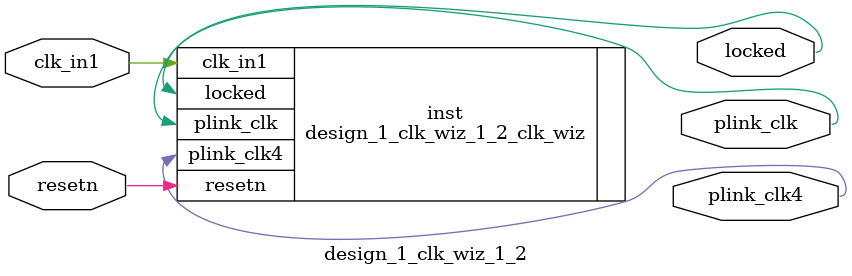
<source format=v>


`timescale 1ps/1ps

(* CORE_GENERATION_INFO = "design_1_clk_wiz_1_2,clk_wiz_v6_0_4_0_0,{component_name=design_1_clk_wiz_1_2,use_phase_alignment=true,use_min_o_jitter=false,use_max_i_jitter=false,use_dyn_phase_shift=false,use_inclk_switchover=false,use_dyn_reconfig=false,enable_axi=0,feedback_source=FDBK_AUTO,PRIMITIVE=MMCM,num_out_clk=2,clkin1_period=20.000,clkin2_period=10.0,use_power_down=false,use_reset=true,use_locked=true,use_inclk_stopped=false,feedback_type=SINGLE,CLOCK_MGR_TYPE=NA,manual_override=false}" *)

module design_1_clk_wiz_1_2 
 (
  // Clock out ports
  output        plink_clk,
  output        plink_clk4,
  // Status and control signals
  input         resetn,
  output        locked,
 // Clock in ports
  input         clk_in1
 );

  design_1_clk_wiz_1_2_clk_wiz inst
  (
  // Clock out ports  
  .plink_clk(plink_clk),
  .plink_clk4(plink_clk4),
  // Status and control signals               
  .resetn(resetn), 
  .locked(locked),
 // Clock in ports
  .clk_in1(clk_in1)
  );

endmodule

</source>
